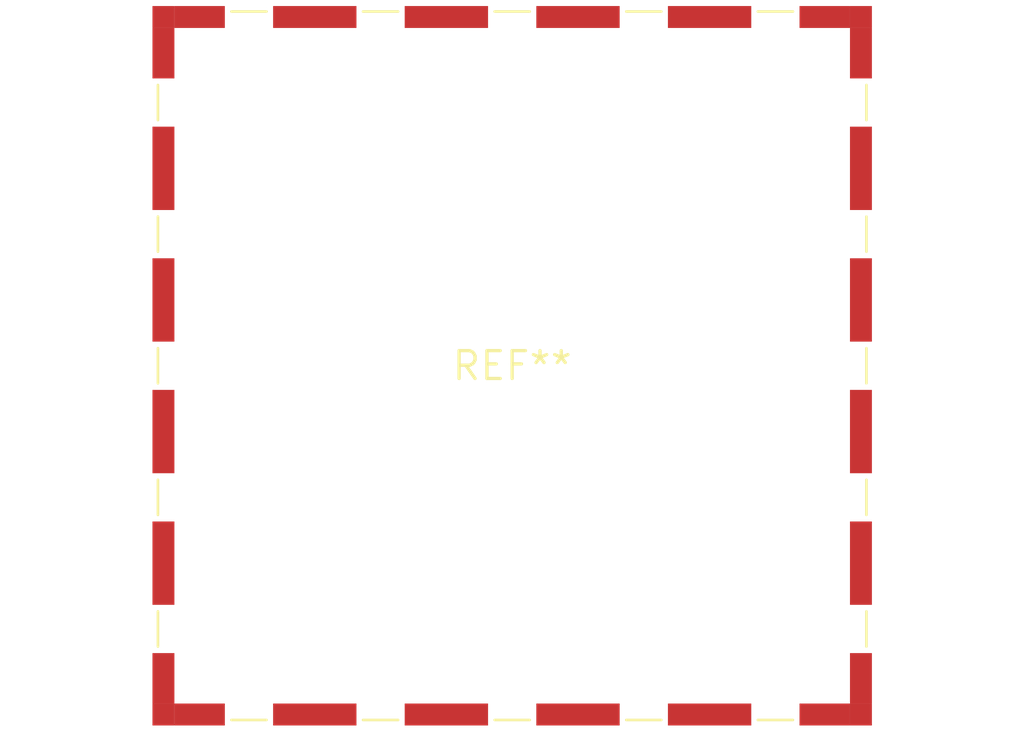
<source format=kicad_pcb>
(kicad_pcb (version 20240108) (generator pcbnew)
  (layers (0 "F.Cu" signal) (31 "B.Cu" signal) (34 "B.Paste" user) (35 "F.Paste" user) (36 "B.SilkS" user "B.Silkscreen") (37 "F.SilkS" user "F.Silkscreen") (38 "B.Mask" user) (39 "F.Mask" user) (44 "Edge.Cuts" user))
  (net 0 "")
  (footprint "Laird_Technologies_BMI-S-104_32.00x32.00mm" (layer "F.Cu") (at 0 0)
    (property "Reference" "REF**")
    (property "Value" "Laird_Technologies_BMI-S-104_32.00x32.00mm")
    (fp_line (start -16.15 -12.8) (end -16.15 -11.2) (layer "F.SilkS") (stroke (width 0.12)))
    (fp_line (start -16.15 -6.8) (end -16.15 -5.2) (layer "F.SilkS") (stroke (width 0.12)))
    (fp_line (start -16.15 -0.8) (end -16.15 0.8) (layer "F.SilkS") (stroke (width 0.12)))
    (fp_line (start -16.15 5.2) (end -16.15 6.8) (layer "F.SilkS") (stroke (width 0.12)))
    (fp_line (start -16.15 11.2) (end -16.15 12.8) (layer "F.SilkS") (stroke (width 0.12)))
    (fp_line (start -12.8 -16.15) (end -11.2 -16.15) (layer "F.SilkS") (stroke (width 0.12)))
    (fp_line (start -12.8 16.15) (end -11.2 16.15) (layer "F.SilkS") (stroke (width 0.12)))
    (fp_line (start -6.8 -16.15) (end -5.2 -16.15) (layer "F.SilkS") (stroke (width 0.12)))
    (fp_line (start -6.8 16.15) (end -5.2 16.15) (layer "F.SilkS") (stroke (width 0.12)))
    (fp_line (start -0.8 -16.15) (end 0.8 -16.15) (layer "F.SilkS") (stroke (width 0.12)))
    (fp_line (start -0.8 16.15) (end 0.8 16.15) (layer "F.SilkS") (stroke (width 0.12)))
    (fp_line (start 5.2 -16.15) (end 6.8 -16.15) (layer "F.SilkS") (stroke (width 0.12)))
    (fp_line (start 5.2 16.15) (end 6.8 16.15) (layer "F.SilkS") (stroke (width 0.12)))
    (fp_line (start 11.2 -16.15) (end 12.8 -16.15) (layer "F.SilkS") (stroke (width 0.12)))
    (fp_line (start 11.2 16.15) (end 12.8 16.15) (layer "F.SilkS") (stroke (width 0.12)))
    (fp_line (start 16.15 -12.8) (end 16.15 -11.2) (layer "F.SilkS") (stroke (width 0.12)))
    (fp_line (start 16.15 -6.8) (end 16.15 -5.2) (layer "F.SilkS") (stroke (width 0.12)))
    (fp_line (start 16.15 -0.8) (end 16.15 0.8) (layer "F.SilkS") (stroke (width 0.12)))
    (fp_line (start 16.15 5.2) (end 16.15 6.8) (layer "F.SilkS") (stroke (width 0.12)))
    (fp_line (start 16.15 11.2) (end 16.15 12.8) (layer "F.SilkS") (stroke (width 0.12)))
    (pad "1" smd rect (at -15.9 -15.9) (size 1 1) (layers "F.Cu" "F.Paste" "F.Mask"))
    (pad "1" smd rect (at -15.9 -14.25) (size 1 2.3) (layers "F.Cu" "F.Paste" "F.Mask"))
    (pad "1" smd rect (at -15.9 -9) (size 1 3.8) (layers "F.Cu" "F.Paste" "F.Mask"))
    (pad "1" smd rect (at -15.9 -3) (size 1 3.8) (layers "F.Cu" "F.Paste" "F.Mask"))
    (pad "1" smd rect (at -15.9 3) (size 1 3.8) (layers "F.Cu" "F.Paste" "F.Mask"))
    (pad "1" smd rect (at -15.9 9) (size 1 3.8) (layers "F.Cu" "F.Paste" "F.Mask"))
    (pad "1" smd rect (at -15.9 14.25) (size 1 2.3) (layers "F.Cu" "F.Paste" "F.Mask"))
    (pad "1" smd rect (at -15.9 15.9) (size 1 1) (layers "F.Cu" "F.Paste" "F.Mask"))
    (pad "1" smd rect (at -14.25 -15.9) (size 2.3 1) (layers "F.Cu" "F.Paste" "F.Mask"))
    (pad "1" smd rect (at -14.25 15.9) (size 2.3 1) (layers "F.Cu" "F.Paste" "F.Mask"))
    (pad "1" smd rect (at -9 -15.9) (size 3.8 1) (layers "F.Cu" "F.Paste" "F.Mask"))
    (pad "1" smd rect (at -9 15.9) (size 3.8 1) (layers "F.Cu" "F.Paste" "F.Mask"))
    (pad "1" smd rect (at -3 -15.9) (size 3.8 1) (layers "F.Cu" "F.Paste" "F.Mask"))
    (pad "1" smd rect (at -3 15.9) (size 3.8 1) (layers "F.Cu" "F.Paste" "F.Mask"))
    (pad "1" smd rect (at 3 -15.9) (size 3.8 1) (layers "F.Cu" "F.Paste" "F.Mask"))
    (pad "1" smd rect (at 3 15.9) (size 3.8 1) (layers "F.Cu" "F.Paste" "F.Mask"))
    (pad "1" smd rect (at 9 -15.9) (size 3.8 1) (layers "F.Cu" "F.Paste" "F.Mask"))
    (pad "1" smd rect (at 9 15.9) (size 3.8 1) (layers "F.Cu" "F.Paste" "F.Mask"))
    (pad "1" smd rect (at 14.25 -15.9) (size 2.3 1) (layers "F.Cu" "F.Paste" "F.Mask"))
    (pad "1" smd rect (at 14.25 15.9) (size 2.3 1) (layers "F.Cu" "F.Paste" "F.Mask"))
    (pad "1" smd rect (at 15.9 -15.9) (size 1 1) (layers "F.Cu" "F.Paste" "F.Mask"))
    (pad "1" smd rect (at 15.9 -14.25) (size 1 2.3) (layers "F.Cu" "F.Paste" "F.Mask"))
    (pad "1" smd rect (at 15.9 -9) (size 1 3.8) (layers "F.Cu" "F.Paste" "F.Mask"))
    (pad "1" smd rect (at 15.9 -3) (size 1 3.8) (layers "F.Cu" "F.Paste" "F.Mask"))
    (pad "1" smd rect (at 15.9 3) (size 1 3.8) (layers "F.Cu" "F.Paste" "F.Mask"))
    (pad "1" smd rect (at 15.9 9) (size 1 3.8) (layers "F.Cu" "F.Paste" "F.Mask"))
    (pad "1" smd rect (at 15.9 14.25) (size 1 2.3) (layers "F.Cu" "F.Paste" "F.Mask"))
    (pad "1" smd rect (at 15.9 15.9) (size 1 1) (layers "F.Cu" "F.Paste" "F.Mask"))
  )
)
</source>
